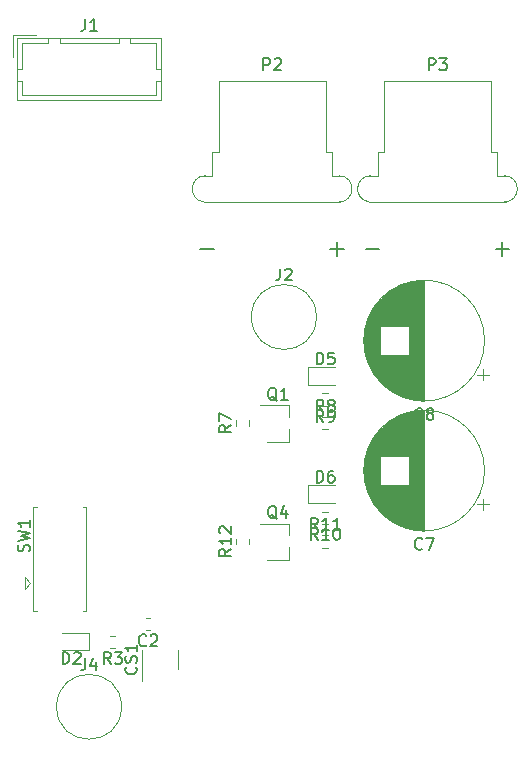
<source format=gbr>
G04 #@! TF.GenerationSoftware,KiCad,Pcbnew,(6.0.5)*
G04 #@! TF.CreationDate,2022-07-13T00:10:43+09:00*
G04 #@! TF.ProjectId,ORION_power_v1,4f52494f-4e5f-4706-9f77-65725f76312e,rev?*
G04 #@! TF.SameCoordinates,Original*
G04 #@! TF.FileFunction,Legend,Top*
G04 #@! TF.FilePolarity,Positive*
%FSLAX46Y46*%
G04 Gerber Fmt 4.6, Leading zero omitted, Abs format (unit mm)*
G04 Created by KiCad (PCBNEW (6.0.5)) date 2022-07-13 00:10:43*
%MOMM*%
%LPD*%
G01*
G04 APERTURE LIST*
%ADD10C,0.150000*%
%ADD11C,0.120000*%
G04 APERTURE END LIST*
D10*
X51166666Y-87904380D02*
X51166666Y-88618666D01*
X51119047Y-88761523D01*
X51023809Y-88856761D01*
X50880952Y-88904380D01*
X50785714Y-88904380D01*
X52071428Y-88237714D02*
X52071428Y-88904380D01*
X51833333Y-87856761D02*
X51595238Y-88571047D01*
X52214285Y-88571047D01*
X51166666Y-33752380D02*
X51166666Y-34466666D01*
X51119047Y-34609523D01*
X51023809Y-34704761D01*
X50880952Y-34752380D01*
X50785714Y-34752380D01*
X52166666Y-34752380D02*
X51595238Y-34752380D01*
X51880952Y-34752380D02*
X51880952Y-33752380D01*
X51785714Y-33895238D01*
X51690476Y-33990476D01*
X51595238Y-34038095D01*
X55457142Y-88642857D02*
X55504761Y-88690476D01*
X55552380Y-88833333D01*
X55552380Y-88928571D01*
X55504761Y-89071428D01*
X55409523Y-89166666D01*
X55314285Y-89214285D01*
X55123809Y-89261904D01*
X54980952Y-89261904D01*
X54790476Y-89214285D01*
X54695238Y-89166666D01*
X54600000Y-89071428D01*
X54552380Y-88928571D01*
X54552380Y-88833333D01*
X54600000Y-88690476D01*
X54647619Y-88642857D01*
X55504761Y-88261904D02*
X55552380Y-88119047D01*
X55552380Y-87880952D01*
X55504761Y-87785714D01*
X55457142Y-87738095D01*
X55361904Y-87690476D01*
X55266666Y-87690476D01*
X55171428Y-87738095D01*
X55123809Y-87785714D01*
X55076190Y-87880952D01*
X55028571Y-88071428D01*
X54980952Y-88166666D01*
X54933333Y-88214285D01*
X54838095Y-88261904D01*
X54742857Y-88261904D01*
X54647619Y-88214285D01*
X54600000Y-88166666D01*
X54552380Y-88071428D01*
X54552380Y-87833333D01*
X54600000Y-87690476D01*
X55552380Y-86738095D02*
X55552380Y-87309523D01*
X55552380Y-87023809D02*
X54552380Y-87023809D01*
X54695238Y-87119047D01*
X54790476Y-87214285D01*
X54838095Y-87309523D01*
X63522380Y-78642857D02*
X63046190Y-78976190D01*
X63522380Y-79214285D02*
X62522380Y-79214285D01*
X62522380Y-78833333D01*
X62570000Y-78738095D01*
X62617619Y-78690476D01*
X62712857Y-78642857D01*
X62855714Y-78642857D01*
X62950952Y-78690476D01*
X62998571Y-78738095D01*
X63046190Y-78833333D01*
X63046190Y-79214285D01*
X63522380Y-77690476D02*
X63522380Y-78261904D01*
X63522380Y-77976190D02*
X62522380Y-77976190D01*
X62665238Y-78071428D01*
X62760476Y-78166666D01*
X62808095Y-78261904D01*
X62617619Y-77309523D02*
X62570000Y-77261904D01*
X62522380Y-77166666D01*
X62522380Y-76928571D01*
X62570000Y-76833333D01*
X62617619Y-76785714D01*
X62712857Y-76738095D01*
X62808095Y-76738095D01*
X62950952Y-76785714D01*
X63522380Y-77357142D01*
X63522380Y-76738095D01*
X66261904Y-38102380D02*
X66261904Y-37102380D01*
X66642857Y-37102380D01*
X66738095Y-37150000D01*
X66785714Y-37197619D01*
X66833333Y-37292857D01*
X66833333Y-37435714D01*
X66785714Y-37530952D01*
X66738095Y-37578571D01*
X66642857Y-37626190D01*
X66261904Y-37626190D01*
X67214285Y-37197619D02*
X67261904Y-37150000D01*
X67357142Y-37102380D01*
X67595238Y-37102380D01*
X67690476Y-37150000D01*
X67738095Y-37197619D01*
X67785714Y-37292857D01*
X67785714Y-37388095D01*
X67738095Y-37530952D01*
X67166666Y-38102380D01*
X67785714Y-38102380D01*
X71928571Y-53257142D02*
X73071428Y-53257142D01*
X72500000Y-53828571D02*
X72500000Y-52685714D01*
X60928571Y-53257142D02*
X62071428Y-53257142D01*
X67404761Y-66097619D02*
X67309523Y-66050000D01*
X67214285Y-65954761D01*
X67071428Y-65811904D01*
X66976190Y-65764285D01*
X66880952Y-65764285D01*
X66928571Y-66002380D02*
X66833333Y-65954761D01*
X66738095Y-65859523D01*
X66690476Y-65669047D01*
X66690476Y-65335714D01*
X66738095Y-65145238D01*
X66833333Y-65050000D01*
X66928571Y-65002380D01*
X67119047Y-65002380D01*
X67214285Y-65050000D01*
X67309523Y-65145238D01*
X67357142Y-65335714D01*
X67357142Y-65669047D01*
X67309523Y-65859523D01*
X67214285Y-65954761D01*
X67119047Y-66002380D01*
X66928571Y-66002380D01*
X68309523Y-66002380D02*
X67738095Y-66002380D01*
X68023809Y-66002380D02*
X68023809Y-65002380D01*
X67928571Y-65145238D01*
X67833333Y-65240476D01*
X67738095Y-65288095D01*
X70761904Y-73022380D02*
X70761904Y-72022380D01*
X71000000Y-72022380D01*
X71142857Y-72070000D01*
X71238095Y-72165238D01*
X71285714Y-72260476D01*
X71333333Y-72450952D01*
X71333333Y-72593809D01*
X71285714Y-72784285D01*
X71238095Y-72879523D01*
X71142857Y-72974761D01*
X71000000Y-73022380D01*
X70761904Y-73022380D01*
X72190476Y-72022380D02*
X72000000Y-72022380D01*
X71904761Y-72070000D01*
X71857142Y-72117619D01*
X71761904Y-72260476D01*
X71714285Y-72450952D01*
X71714285Y-72831904D01*
X71761904Y-72927142D01*
X71809523Y-72974761D01*
X71904761Y-73022380D01*
X72095238Y-73022380D01*
X72190476Y-72974761D01*
X72238095Y-72927142D01*
X72285714Y-72831904D01*
X72285714Y-72593809D01*
X72238095Y-72498571D01*
X72190476Y-72450952D01*
X72095238Y-72403333D01*
X71904761Y-72403333D01*
X71809523Y-72450952D01*
X71761904Y-72498571D01*
X71714285Y-72593809D01*
X67404761Y-76097619D02*
X67309523Y-76050000D01*
X67214285Y-75954761D01*
X67071428Y-75811904D01*
X66976190Y-75764285D01*
X66880952Y-75764285D01*
X66928571Y-76002380D02*
X66833333Y-75954761D01*
X66738095Y-75859523D01*
X66690476Y-75669047D01*
X66690476Y-75335714D01*
X66738095Y-75145238D01*
X66833333Y-75050000D01*
X66928571Y-75002380D01*
X67119047Y-75002380D01*
X67214285Y-75050000D01*
X67309523Y-75145238D01*
X67357142Y-75335714D01*
X67357142Y-75669047D01*
X67309523Y-75859523D01*
X67214285Y-75954761D01*
X67119047Y-76002380D01*
X66928571Y-76002380D01*
X68214285Y-75335714D02*
X68214285Y-76002380D01*
X67976190Y-74954761D02*
X67738095Y-75669047D01*
X68357142Y-75669047D01*
X70857142Y-77882380D02*
X70523809Y-77406190D01*
X70285714Y-77882380D02*
X70285714Y-76882380D01*
X70666666Y-76882380D01*
X70761904Y-76930000D01*
X70809523Y-76977619D01*
X70857142Y-77072857D01*
X70857142Y-77215714D01*
X70809523Y-77310952D01*
X70761904Y-77358571D01*
X70666666Y-77406190D01*
X70285714Y-77406190D01*
X71809523Y-77882380D02*
X71238095Y-77882380D01*
X71523809Y-77882380D02*
X71523809Y-76882380D01*
X71428571Y-77025238D01*
X71333333Y-77120476D01*
X71238095Y-77168095D01*
X72428571Y-76882380D02*
X72523809Y-76882380D01*
X72619047Y-76930000D01*
X72666666Y-76977619D01*
X72714285Y-77072857D01*
X72761904Y-77263333D01*
X72761904Y-77501428D01*
X72714285Y-77691904D01*
X72666666Y-77787142D01*
X72619047Y-77834761D01*
X72523809Y-77882380D01*
X72428571Y-77882380D01*
X72333333Y-77834761D01*
X72285714Y-77787142D01*
X72238095Y-77691904D01*
X72190476Y-77501428D01*
X72190476Y-77263333D01*
X72238095Y-77072857D01*
X72285714Y-76977619D01*
X72333333Y-76930000D01*
X72428571Y-76882380D01*
X63522380Y-68166666D02*
X63046190Y-68500000D01*
X63522380Y-68738095D02*
X62522380Y-68738095D01*
X62522380Y-68357142D01*
X62570000Y-68261904D01*
X62617619Y-68214285D01*
X62712857Y-68166666D01*
X62855714Y-68166666D01*
X62950952Y-68214285D01*
X62998571Y-68261904D01*
X63046190Y-68357142D01*
X63046190Y-68738095D01*
X62522380Y-67833333D02*
X62522380Y-67166666D01*
X63522380Y-67595238D01*
X71333333Y-67882380D02*
X71000000Y-67406190D01*
X70761904Y-67882380D02*
X70761904Y-66882380D01*
X71142857Y-66882380D01*
X71238095Y-66930000D01*
X71285714Y-66977619D01*
X71333333Y-67072857D01*
X71333333Y-67215714D01*
X71285714Y-67310952D01*
X71238095Y-67358571D01*
X71142857Y-67406190D01*
X70761904Y-67406190D01*
X71809523Y-67882380D02*
X72000000Y-67882380D01*
X72095238Y-67834761D01*
X72142857Y-67787142D01*
X72238095Y-67644285D01*
X72285714Y-67453809D01*
X72285714Y-67072857D01*
X72238095Y-66977619D01*
X72190476Y-66930000D01*
X72095238Y-66882380D01*
X71904761Y-66882380D01*
X71809523Y-66930000D01*
X71761904Y-66977619D01*
X71714285Y-67072857D01*
X71714285Y-67310952D01*
X71761904Y-67406190D01*
X71809523Y-67453809D01*
X71904761Y-67501428D01*
X72095238Y-67501428D01*
X72190476Y-67453809D01*
X72238095Y-67406190D01*
X72285714Y-67310952D01*
X56333333Y-86787142D02*
X56285714Y-86834761D01*
X56142857Y-86882380D01*
X56047619Y-86882380D01*
X55904761Y-86834761D01*
X55809523Y-86739523D01*
X55761904Y-86644285D01*
X55714285Y-86453809D01*
X55714285Y-86310952D01*
X55761904Y-86120476D01*
X55809523Y-86025238D01*
X55904761Y-85930000D01*
X56047619Y-85882380D01*
X56142857Y-85882380D01*
X56285714Y-85930000D01*
X56333333Y-85977619D01*
X56714285Y-85977619D02*
X56761904Y-85930000D01*
X56857142Y-85882380D01*
X57095238Y-85882380D01*
X57190476Y-85930000D01*
X57238095Y-85977619D01*
X57285714Y-86072857D01*
X57285714Y-86168095D01*
X57238095Y-86310952D01*
X56666666Y-86882380D01*
X57285714Y-86882380D01*
X70857142Y-77022380D02*
X70523809Y-76546190D01*
X70285714Y-77022380D02*
X70285714Y-76022380D01*
X70666666Y-76022380D01*
X70761904Y-76070000D01*
X70809523Y-76117619D01*
X70857142Y-76212857D01*
X70857142Y-76355714D01*
X70809523Y-76450952D01*
X70761904Y-76498571D01*
X70666666Y-76546190D01*
X70285714Y-76546190D01*
X71809523Y-77022380D02*
X71238095Y-77022380D01*
X71523809Y-77022380D02*
X71523809Y-76022380D01*
X71428571Y-76165238D01*
X71333333Y-76260476D01*
X71238095Y-76308095D01*
X72761904Y-77022380D02*
X72190476Y-77022380D01*
X72476190Y-77022380D02*
X72476190Y-76022380D01*
X72380952Y-76165238D01*
X72285714Y-76260476D01*
X72190476Y-76308095D01*
X67666666Y-54904380D02*
X67666666Y-55618666D01*
X67619047Y-55761523D01*
X67523809Y-55856761D01*
X67380952Y-55904380D01*
X67285714Y-55904380D01*
X68095238Y-54999619D02*
X68142857Y-54952000D01*
X68238095Y-54904380D01*
X68476190Y-54904380D01*
X68571428Y-54952000D01*
X68619047Y-54999619D01*
X68666666Y-55094857D01*
X68666666Y-55190095D01*
X68619047Y-55332952D01*
X68047619Y-55904380D01*
X68666666Y-55904380D01*
X49261904Y-88382380D02*
X49261904Y-87382380D01*
X49500000Y-87382380D01*
X49642857Y-87430000D01*
X49738095Y-87525238D01*
X49785714Y-87620476D01*
X49833333Y-87810952D01*
X49833333Y-87953809D01*
X49785714Y-88144285D01*
X49738095Y-88239523D01*
X49642857Y-88334761D01*
X49500000Y-88382380D01*
X49261904Y-88382380D01*
X50214285Y-87477619D02*
X50261904Y-87430000D01*
X50357142Y-87382380D01*
X50595238Y-87382380D01*
X50690476Y-87430000D01*
X50738095Y-87477619D01*
X50785714Y-87572857D01*
X50785714Y-87668095D01*
X50738095Y-87810952D01*
X50166666Y-88382380D01*
X50785714Y-88382380D01*
X71333333Y-67022380D02*
X71000000Y-66546190D01*
X70761904Y-67022380D02*
X70761904Y-66022380D01*
X71142857Y-66022380D01*
X71238095Y-66070000D01*
X71285714Y-66117619D01*
X71333333Y-66212857D01*
X71333333Y-66355714D01*
X71285714Y-66450952D01*
X71238095Y-66498571D01*
X71142857Y-66546190D01*
X70761904Y-66546190D01*
X71904761Y-66450952D02*
X71809523Y-66403333D01*
X71761904Y-66355714D01*
X71714285Y-66260476D01*
X71714285Y-66212857D01*
X71761904Y-66117619D01*
X71809523Y-66070000D01*
X71904761Y-66022380D01*
X72095238Y-66022380D01*
X72190476Y-66070000D01*
X72238095Y-66117619D01*
X72285714Y-66212857D01*
X72285714Y-66260476D01*
X72238095Y-66355714D01*
X72190476Y-66403333D01*
X72095238Y-66450952D01*
X71904761Y-66450952D01*
X71809523Y-66498571D01*
X71761904Y-66546190D01*
X71714285Y-66641428D01*
X71714285Y-66831904D01*
X71761904Y-66927142D01*
X71809523Y-66974761D01*
X71904761Y-67022380D01*
X72095238Y-67022380D01*
X72190476Y-66974761D01*
X72238095Y-66927142D01*
X72285714Y-66831904D01*
X72285714Y-66641428D01*
X72238095Y-66546190D01*
X72190476Y-66498571D01*
X72095238Y-66450952D01*
X53333333Y-88382380D02*
X53000000Y-87906190D01*
X52761904Y-88382380D02*
X52761904Y-87382380D01*
X53142857Y-87382380D01*
X53238095Y-87430000D01*
X53285714Y-87477619D01*
X53333333Y-87572857D01*
X53333333Y-87715714D01*
X53285714Y-87810952D01*
X53238095Y-87858571D01*
X53142857Y-87906190D01*
X52761904Y-87906190D01*
X53666666Y-87382380D02*
X54285714Y-87382380D01*
X53952380Y-87763333D01*
X54095238Y-87763333D01*
X54190476Y-87810952D01*
X54238095Y-87858571D01*
X54285714Y-87953809D01*
X54285714Y-88191904D01*
X54238095Y-88287142D01*
X54190476Y-88334761D01*
X54095238Y-88382380D01*
X53809523Y-88382380D01*
X53714285Y-88334761D01*
X53666666Y-88287142D01*
X79701010Y-78607142D02*
X79653391Y-78654761D01*
X79510534Y-78702380D01*
X79415296Y-78702380D01*
X79272438Y-78654761D01*
X79177200Y-78559523D01*
X79129581Y-78464285D01*
X79081962Y-78273809D01*
X79081962Y-78130952D01*
X79129581Y-77940476D01*
X79177200Y-77845238D01*
X79272438Y-77750000D01*
X79415296Y-77702380D01*
X79510534Y-77702380D01*
X79653391Y-77750000D01*
X79701010Y-77797619D01*
X80034343Y-77702380D02*
X80701010Y-77702380D01*
X80272438Y-78702380D01*
X80261904Y-38102380D02*
X80261904Y-37102380D01*
X80642857Y-37102380D01*
X80738095Y-37150000D01*
X80785714Y-37197619D01*
X80833333Y-37292857D01*
X80833333Y-37435714D01*
X80785714Y-37530952D01*
X80738095Y-37578571D01*
X80642857Y-37626190D01*
X80261904Y-37626190D01*
X81166666Y-37102380D02*
X81785714Y-37102380D01*
X81452380Y-37483333D01*
X81595238Y-37483333D01*
X81690476Y-37530952D01*
X81738095Y-37578571D01*
X81785714Y-37673809D01*
X81785714Y-37911904D01*
X81738095Y-38007142D01*
X81690476Y-38054761D01*
X81595238Y-38102380D01*
X81309523Y-38102380D01*
X81214285Y-38054761D01*
X81166666Y-38007142D01*
X85928571Y-53257142D02*
X87071428Y-53257142D01*
X86500000Y-53828571D02*
X86500000Y-52685714D01*
X74928571Y-53257142D02*
X76071428Y-53257142D01*
X79701010Y-67607142D02*
X79653391Y-67654761D01*
X79510534Y-67702380D01*
X79415296Y-67702380D01*
X79272438Y-67654761D01*
X79177200Y-67559523D01*
X79129581Y-67464285D01*
X79081962Y-67273809D01*
X79081962Y-67130952D01*
X79129581Y-66940476D01*
X79177200Y-66845238D01*
X79272438Y-66750000D01*
X79415296Y-66702380D01*
X79510534Y-66702380D01*
X79653391Y-66750000D01*
X79701010Y-66797619D01*
X80272438Y-67130952D02*
X80177200Y-67083333D01*
X80129581Y-67035714D01*
X80081962Y-66940476D01*
X80081962Y-66892857D01*
X80129581Y-66797619D01*
X80177200Y-66750000D01*
X80272438Y-66702380D01*
X80462915Y-66702380D01*
X80558153Y-66750000D01*
X80605772Y-66797619D01*
X80653391Y-66892857D01*
X80653391Y-66940476D01*
X80605772Y-67035714D01*
X80558153Y-67083333D01*
X80462915Y-67130952D01*
X80272438Y-67130952D01*
X80177200Y-67178571D01*
X80129581Y-67226190D01*
X80081962Y-67321428D01*
X80081962Y-67511904D01*
X80129581Y-67607142D01*
X80177200Y-67654761D01*
X80272438Y-67702380D01*
X80462915Y-67702380D01*
X80558153Y-67654761D01*
X80605772Y-67607142D01*
X80653391Y-67511904D01*
X80653391Y-67321428D01*
X80605772Y-67226190D01*
X80558153Y-67178571D01*
X80462915Y-67130952D01*
X46414761Y-78843333D02*
X46462380Y-78700476D01*
X46462380Y-78462380D01*
X46414761Y-78367142D01*
X46367142Y-78319523D01*
X46271904Y-78271904D01*
X46176666Y-78271904D01*
X46081428Y-78319523D01*
X46033809Y-78367142D01*
X45986190Y-78462380D01*
X45938571Y-78652857D01*
X45890952Y-78748095D01*
X45843333Y-78795714D01*
X45748095Y-78843333D01*
X45652857Y-78843333D01*
X45557619Y-78795714D01*
X45510000Y-78748095D01*
X45462380Y-78652857D01*
X45462380Y-78414761D01*
X45510000Y-78271904D01*
X45462380Y-77938571D02*
X46462380Y-77700476D01*
X45748095Y-77510000D01*
X46462380Y-77319523D01*
X45462380Y-77081428D01*
X46462380Y-76176666D02*
X46462380Y-76748095D01*
X46462380Y-76462380D02*
X45462380Y-76462380D01*
X45605238Y-76557619D01*
X45700476Y-76652857D01*
X45748095Y-76748095D01*
X70761904Y-63022380D02*
X70761904Y-62022380D01*
X71000000Y-62022380D01*
X71142857Y-62070000D01*
X71238095Y-62165238D01*
X71285714Y-62260476D01*
X71333333Y-62450952D01*
X71333333Y-62593809D01*
X71285714Y-62784285D01*
X71238095Y-62879523D01*
X71142857Y-62974761D01*
X71000000Y-63022380D01*
X70761904Y-63022380D01*
X72238095Y-62022380D02*
X71761904Y-62022380D01*
X71714285Y-62498571D01*
X71761904Y-62450952D01*
X71857142Y-62403333D01*
X72095238Y-62403333D01*
X72190476Y-62450952D01*
X72238095Y-62498571D01*
X72285714Y-62593809D01*
X72285714Y-62831904D01*
X72238095Y-62927142D01*
X72190476Y-62974761D01*
X72095238Y-63022380D01*
X71857142Y-63022380D01*
X71761904Y-62974761D01*
X71714285Y-62927142D01*
D11*
X54250000Y-92000000D02*
G75*
G03*
X54250000Y-92000000I-2750000J0D01*
G01*
X57600000Y-40600000D02*
X57600000Y-35400000D01*
X45400000Y-38000000D02*
X45800000Y-38000000D01*
X57200000Y-39000000D02*
X57600000Y-39000000D01*
X57600000Y-38000000D02*
X57200000Y-38000000D01*
X45400000Y-40600000D02*
X57600000Y-40600000D01*
X49000000Y-35800000D02*
X54000000Y-35800000D01*
X49000000Y-35400000D02*
X49000000Y-35800000D01*
X57200000Y-40200000D02*
X57200000Y-39000000D01*
X57200000Y-35800000D02*
X55000000Y-35800000D01*
X45090000Y-35090000D02*
X47000000Y-35090000D01*
X57200000Y-38000000D02*
X57200000Y-35800000D01*
X45800000Y-35800000D02*
X48000000Y-35800000D01*
X45800000Y-39000000D02*
X45800000Y-40200000D01*
X57600000Y-35400000D02*
X45400000Y-35400000D01*
X55000000Y-35800000D02*
X55000000Y-35400000D01*
X48000000Y-35800000D02*
X48000000Y-35400000D01*
X45090000Y-37000000D02*
X45090000Y-35090000D01*
X54000000Y-35800000D02*
X54000000Y-35400000D01*
X45400000Y-39000000D02*
X45800000Y-39000000D01*
X45800000Y-40200000D02*
X57200000Y-40200000D01*
X45800000Y-38000000D02*
X45800000Y-35800000D01*
X45400000Y-35400000D02*
X45400000Y-40600000D01*
X55940000Y-88000000D02*
X55940000Y-89800000D01*
X59060000Y-88000000D02*
X59060000Y-88800000D01*
X55940000Y-88000000D02*
X55940000Y-87200000D01*
X59060000Y-88000000D02*
X59060000Y-87200000D01*
X65022500Y-78237258D02*
X65022500Y-77762742D01*
X63977500Y-78237258D02*
X63977500Y-77762742D01*
X72060000Y-44990000D02*
X72060000Y-47040000D01*
X61240000Y-49260000D02*
X72760000Y-49260000D01*
X71530000Y-44990000D02*
X72060000Y-44990000D01*
X72060000Y-47040000D02*
X72760000Y-47040000D01*
X71530000Y-38990000D02*
X71530000Y-44990000D01*
X61940000Y-44990000D02*
X62470000Y-44990000D01*
X62470000Y-38990000D02*
X62470000Y-44990000D01*
X61940000Y-44990000D02*
X61940000Y-47040000D01*
X61240000Y-47040000D02*
X61940000Y-47040000D01*
X62470000Y-38990000D02*
X71500000Y-38990000D01*
X72650000Y-49260000D02*
G75*
G03*
X72650000Y-47040000I0J1110000D01*
G01*
X61350000Y-47040000D02*
G75*
G03*
X61178271Y-49246635I1J-1110000D01*
G01*
X68450000Y-69550000D02*
X66600000Y-69550000D01*
X68430000Y-66490000D02*
X66000000Y-66490000D01*
X68450000Y-66500000D02*
X68450000Y-67500000D01*
X68450000Y-68500000D02*
X68450000Y-69550000D01*
X70015000Y-73265000D02*
X70015000Y-74735000D01*
X72300000Y-73265000D02*
X70015000Y-73265000D01*
X70015000Y-74735000D02*
X72300000Y-74735000D01*
X68450000Y-79550000D02*
X66600000Y-79550000D01*
X68450000Y-78500000D02*
X68450000Y-79550000D01*
X68450000Y-76500000D02*
X68450000Y-77500000D01*
X68430000Y-76490000D02*
X66000000Y-76490000D01*
X71737258Y-76522500D02*
X71262742Y-76522500D01*
X71737258Y-75477500D02*
X71262742Y-75477500D01*
X63977500Y-68237258D02*
X63977500Y-67762742D01*
X65022500Y-68237258D02*
X65022500Y-67762742D01*
X71737258Y-66522500D02*
X71262742Y-66522500D01*
X71737258Y-65477500D02*
X71262742Y-65477500D01*
X56640580Y-85510000D02*
X56359420Y-85510000D01*
X56640580Y-84490000D02*
X56359420Y-84490000D01*
X71262742Y-78522500D02*
X71737258Y-78522500D01*
X71262742Y-77477500D02*
X71737258Y-77477500D01*
X70750000Y-59000000D02*
G75*
G03*
X70750000Y-59000000I-2750000J0D01*
G01*
X49200000Y-87235000D02*
X51485000Y-87235000D01*
X51485000Y-85765000D02*
X49200000Y-85765000D01*
X51485000Y-87235000D02*
X51485000Y-85765000D01*
X71262742Y-68522500D02*
X71737258Y-68522500D01*
X71262742Y-67477500D02*
X71737258Y-67477500D01*
X53737258Y-85977500D02*
X53262742Y-85977500D01*
X53737258Y-87022500D02*
X53262742Y-87022500D01*
X77746677Y-76621000D02*
X77746677Y-73241000D01*
X79587677Y-77073000D02*
X79587677Y-66927000D01*
X77706677Y-70759000D02*
X77706677Y-67397000D01*
X76746677Y-70759000D02*
X76746677Y-67980000D01*
X77586677Y-76545000D02*
X77586677Y-73241000D01*
X77426677Y-76462000D02*
X77426677Y-73241000D01*
X76026677Y-75347000D02*
X76026677Y-68653000D01*
X79467677Y-77065000D02*
X79467677Y-66935000D01*
X76226677Y-75561000D02*
X76226677Y-73241000D01*
X75906677Y-75206000D02*
X75906677Y-68794000D01*
X76106677Y-75436000D02*
X76106677Y-68564000D01*
X78306677Y-70759000D02*
X78306677Y-67163000D01*
X76186677Y-75520000D02*
X76186677Y-73241000D01*
X79307677Y-77050000D02*
X79307677Y-66950000D01*
X77066677Y-76247000D02*
X77066677Y-73241000D01*
X77306677Y-70759000D02*
X77306677Y-67605000D01*
X79387677Y-77058000D02*
X79387677Y-66942000D01*
X77466677Y-76483000D02*
X77466677Y-73241000D01*
X75386677Y-74439000D02*
X75386677Y-69561000D01*
X75626677Y-74830000D02*
X75626677Y-69170000D01*
X77786677Y-70759000D02*
X77786677Y-67361000D01*
X77226677Y-76347000D02*
X77226677Y-73241000D01*
X75746677Y-75000000D02*
X75746677Y-69000000D01*
X76066677Y-75392000D02*
X76066677Y-68608000D01*
X75706677Y-74945000D02*
X75706677Y-69055000D01*
X76786677Y-76050000D02*
X76786677Y-73241000D01*
X76386677Y-75716000D02*
X76386677Y-73241000D01*
X76826677Y-76080000D02*
X76826677Y-73241000D01*
X77026677Y-76221000D02*
X77026677Y-73241000D01*
X75426677Y-74510000D02*
X75426677Y-69490000D01*
X78986677Y-77004000D02*
X78986677Y-66996000D01*
X79667677Y-77077000D02*
X79667677Y-66923000D01*
X75026677Y-73630000D02*
X75026677Y-70370000D01*
X78026677Y-70759000D02*
X78026677Y-67262000D01*
X78426677Y-70759000D02*
X78426677Y-67126000D01*
X78746677Y-76956000D02*
X78746677Y-67044000D01*
X75266677Y-74209000D02*
X75266677Y-69791000D01*
X77346677Y-70759000D02*
X77346677Y-67583000D01*
X75546677Y-74709000D02*
X75546677Y-69291000D01*
X77306677Y-76395000D02*
X77306677Y-73241000D01*
X76626677Y-75925000D02*
X76626677Y-73241000D01*
X77986677Y-70759000D02*
X77986677Y-67277000D01*
X78506677Y-70759000D02*
X78506677Y-67103000D01*
X79187677Y-77035000D02*
X79187677Y-66965000D01*
X76666677Y-75957000D02*
X76666677Y-73241000D01*
X77106677Y-76273000D02*
X77106677Y-73241000D01*
X78066677Y-76754000D02*
X78066677Y-73241000D01*
X78226677Y-76811000D02*
X78226677Y-73241000D01*
X77826677Y-70759000D02*
X77826677Y-67343000D01*
X78866677Y-76982000D02*
X78866677Y-67018000D01*
X75826677Y-75106000D02*
X75826677Y-68894000D01*
X77226677Y-70759000D02*
X77226677Y-67653000D01*
X76986677Y-76194000D02*
X76986677Y-73241000D01*
X77666677Y-76584000D02*
X77666677Y-73241000D01*
X76586677Y-75892000D02*
X76586677Y-73241000D01*
X75226677Y-74125000D02*
X75226677Y-69875000D01*
X76146677Y-70759000D02*
X76146677Y-68522000D01*
X78546677Y-76907000D02*
X78546677Y-73241000D01*
X79507677Y-77068000D02*
X79507677Y-66932000D01*
X75306677Y-74289000D02*
X75306677Y-69711000D01*
X78826677Y-76974000D02*
X78826677Y-67026000D01*
X75106677Y-73846000D02*
X75106677Y-70154000D01*
X74866677Y-73062000D02*
X74866677Y-70938000D01*
X77906677Y-70759000D02*
X77906677Y-67310000D01*
X79146677Y-77030000D02*
X79146677Y-66970000D01*
X79026677Y-77011000D02*
X79026677Y-66989000D01*
X78106677Y-76768000D02*
X78106677Y-73241000D01*
X77186677Y-70759000D02*
X77186677Y-67677000D01*
X78386677Y-76862000D02*
X78386677Y-73241000D01*
X76906677Y-70759000D02*
X76906677Y-67862000D01*
X77146677Y-76298000D02*
X77146677Y-73241000D01*
X75466677Y-74579000D02*
X75466677Y-69421000D01*
X77386677Y-70759000D02*
X77386677Y-67560000D01*
X77626677Y-76564000D02*
X77626677Y-73241000D01*
X78706677Y-76947000D02*
X78706677Y-67053000D01*
X78386677Y-70759000D02*
X78386677Y-67138000D01*
X78346677Y-70759000D02*
X78346677Y-67150000D01*
X84847323Y-75375000D02*
X84847323Y-74375000D01*
X77386677Y-76440000D02*
X77386677Y-73241000D01*
X77986677Y-76723000D02*
X77986677Y-73241000D01*
X74986677Y-73510000D02*
X74986677Y-70490000D01*
X78546677Y-70759000D02*
X78546677Y-67093000D01*
X75346677Y-74365000D02*
X75346677Y-69635000D01*
X78346677Y-76850000D02*
X78346677Y-73241000D01*
X75946677Y-75254000D02*
X75946677Y-68746000D01*
X78466677Y-70759000D02*
X78466677Y-67115000D01*
X77506677Y-70759000D02*
X77506677Y-67496000D01*
X76426677Y-75753000D02*
X76426677Y-73241000D01*
X78946677Y-76997000D02*
X78946677Y-67003000D01*
X76266677Y-75601000D02*
X76266677Y-73241000D01*
X78266677Y-70759000D02*
X78266677Y-67176000D01*
X77106677Y-70759000D02*
X77106677Y-67727000D01*
X77466677Y-70759000D02*
X77466677Y-67517000D01*
X79827677Y-77080000D02*
X79827677Y-66920000D01*
X78586677Y-70759000D02*
X78586677Y-67082000D01*
X75786677Y-75054000D02*
X75786677Y-68946000D01*
X76306677Y-75640000D02*
X76306677Y-73241000D01*
X78066677Y-70759000D02*
X78066677Y-67246000D01*
X78786677Y-76965000D02*
X78786677Y-67035000D01*
X75986677Y-75301000D02*
X75986677Y-68699000D01*
X74826677Y-72862000D02*
X74826677Y-71138000D01*
X78466677Y-76885000D02*
X78466677Y-73241000D01*
X75866677Y-75156000D02*
X75866677Y-68844000D01*
X76146677Y-75478000D02*
X76146677Y-73241000D01*
X78626677Y-76928000D02*
X78626677Y-67072000D01*
X79347677Y-77054000D02*
X79347677Y-66946000D01*
X75506677Y-74645000D02*
X75506677Y-69355000D01*
X76826677Y-70759000D02*
X76826677Y-67920000D01*
X77826677Y-76657000D02*
X77826677Y-73241000D01*
X76626677Y-70759000D02*
X76626677Y-68075000D01*
X78666677Y-76938000D02*
X78666677Y-67062000D01*
X78306677Y-76837000D02*
X78306677Y-73241000D01*
X77146677Y-70759000D02*
X77146677Y-67702000D01*
X77426677Y-70759000D02*
X77426677Y-67538000D01*
X77946677Y-70759000D02*
X77946677Y-67293000D01*
X78906677Y-76990000D02*
X78906677Y-67010000D01*
X77066677Y-70759000D02*
X77066677Y-67753000D01*
X79747677Y-77079000D02*
X79747677Y-66921000D01*
X76946677Y-70759000D02*
X76946677Y-67834000D01*
X79787677Y-77080000D02*
X79787677Y-66920000D01*
X77666677Y-70759000D02*
X77666677Y-67416000D01*
X79707677Y-77078000D02*
X79707677Y-66922000D01*
X75146677Y-73944000D02*
X75146677Y-70056000D01*
X77626677Y-70759000D02*
X77626677Y-67436000D01*
X76786677Y-70759000D02*
X76786677Y-67950000D01*
X75186677Y-74037000D02*
X75186677Y-69963000D01*
X79627677Y-77075000D02*
X79627677Y-66925000D01*
X76666677Y-70759000D02*
X76666677Y-68043000D01*
X77266677Y-70759000D02*
X77266677Y-67629000D01*
X76466677Y-70759000D02*
X76466677Y-68211000D01*
X78186677Y-76797000D02*
X78186677Y-73241000D01*
X79867677Y-77080000D02*
X79867677Y-66920000D01*
X78506677Y-76897000D02*
X78506677Y-73241000D01*
X76546677Y-75858000D02*
X76546677Y-73241000D01*
X76306677Y-70759000D02*
X76306677Y-68360000D01*
X76426677Y-70759000D02*
X76426677Y-68247000D01*
X75586677Y-74770000D02*
X75586677Y-69230000D01*
X74946677Y-73378000D02*
X74946677Y-70622000D01*
X77786677Y-76639000D02*
X77786677Y-73241000D01*
X77706677Y-76603000D02*
X77706677Y-73241000D01*
X77506677Y-76504000D02*
X77506677Y-73241000D01*
X78226677Y-70759000D02*
X78226677Y-67189000D01*
X78426677Y-76874000D02*
X78426677Y-73241000D01*
X76586677Y-70759000D02*
X76586677Y-68108000D01*
X76466677Y-75789000D02*
X76466677Y-73241000D01*
X78106677Y-70759000D02*
X78106677Y-67232000D01*
X79267677Y-77045000D02*
X79267677Y-66955000D01*
X79547677Y-77070000D02*
X79547677Y-66930000D01*
X76226677Y-70759000D02*
X76226677Y-68439000D01*
X77866677Y-70759000D02*
X77866677Y-67326000D01*
X77346677Y-76417000D02*
X77346677Y-73241000D01*
X79427677Y-77062000D02*
X79427677Y-66938000D01*
X76706677Y-70759000D02*
X76706677Y-68011000D01*
X77946677Y-76707000D02*
X77946677Y-73241000D01*
X76866677Y-76110000D02*
X76866677Y-73241000D01*
X76346677Y-75679000D02*
X76346677Y-73241000D01*
X76386677Y-70759000D02*
X76386677Y-68284000D01*
X77546677Y-76525000D02*
X77546677Y-73241000D01*
X76906677Y-76138000D02*
X76906677Y-73241000D01*
X77586677Y-70759000D02*
X77586677Y-67455000D01*
X76866677Y-70759000D02*
X76866677Y-67890000D01*
X78026677Y-76738000D02*
X78026677Y-73241000D01*
X78146677Y-70759000D02*
X78146677Y-67217000D01*
X77266677Y-76371000D02*
X77266677Y-73241000D01*
X78586677Y-76918000D02*
X78586677Y-73241000D01*
X76546677Y-70759000D02*
X76546677Y-68142000D01*
X76266677Y-70759000D02*
X76266677Y-68399000D01*
X78186677Y-70759000D02*
X78186677Y-67203000D01*
X74786677Y-72599000D02*
X74786677Y-71401000D01*
X75066677Y-73742000D02*
X75066677Y-70258000D01*
X76946677Y-76166000D02*
X76946677Y-73241000D01*
X77746677Y-70759000D02*
X77746677Y-67379000D01*
X76986677Y-70759000D02*
X76986677Y-67806000D01*
X79066677Y-77018000D02*
X79066677Y-66982000D01*
X74906677Y-73230000D02*
X74906677Y-70770000D01*
X76346677Y-70759000D02*
X76346677Y-68321000D01*
X76746677Y-76020000D02*
X76746677Y-73241000D01*
X77906677Y-76690000D02*
X77906677Y-73241000D01*
X77026677Y-70759000D02*
X77026677Y-67779000D01*
X85347323Y-74875000D02*
X84347323Y-74875000D01*
X78266677Y-76824000D02*
X78266677Y-73241000D01*
X79106677Y-77024000D02*
X79106677Y-66976000D01*
X75666677Y-74889000D02*
X75666677Y-69111000D01*
X76706677Y-75989000D02*
X76706677Y-73241000D01*
X78146677Y-76783000D02*
X78146677Y-73241000D01*
X77186677Y-76323000D02*
X77186677Y-73241000D01*
X79227677Y-77040000D02*
X79227677Y-66960000D01*
X76506677Y-70759000D02*
X76506677Y-68176000D01*
X77546677Y-70759000D02*
X77546677Y-67475000D01*
X76506677Y-75824000D02*
X76506677Y-73241000D01*
X76186677Y-70759000D02*
X76186677Y-68480000D01*
X77866677Y-76674000D02*
X77866677Y-73241000D01*
X84987677Y-72000000D02*
G75*
G03*
X84987677Y-72000000I-5120000J0D01*
G01*
X75940000Y-44990000D02*
X76470000Y-44990000D01*
X76470000Y-38990000D02*
X76470000Y-44990000D01*
X76470000Y-38990000D02*
X85500000Y-38990000D01*
X85530000Y-44990000D02*
X86060000Y-44990000D01*
X85530000Y-38990000D02*
X85530000Y-44990000D01*
X75940000Y-44990000D02*
X75940000Y-47040000D01*
X75240000Y-47040000D02*
X75940000Y-47040000D01*
X86060000Y-44990000D02*
X86060000Y-47040000D01*
X86060000Y-47040000D02*
X86760000Y-47040000D01*
X75240000Y-49260000D02*
X86760000Y-49260000D01*
X86650000Y-49260000D02*
G75*
G03*
X86650000Y-47040000I0J1110000D01*
G01*
X75350000Y-47040000D02*
G75*
G03*
X75178271Y-49246635I1J-1110000D01*
G01*
X78506677Y-65897000D02*
X78506677Y-62241000D01*
X78426677Y-59759000D02*
X78426677Y-56126000D01*
X77386677Y-65440000D02*
X77386677Y-62241000D01*
X77026677Y-65221000D02*
X77026677Y-62241000D01*
X77386677Y-59759000D02*
X77386677Y-56560000D01*
X79667677Y-66077000D02*
X79667677Y-55923000D01*
X77226677Y-65347000D02*
X77226677Y-62241000D01*
X78026677Y-59759000D02*
X78026677Y-56262000D01*
X78426677Y-65874000D02*
X78426677Y-62241000D01*
X76506677Y-59759000D02*
X76506677Y-57176000D01*
X74986677Y-62510000D02*
X74986677Y-59490000D01*
X79787677Y-66080000D02*
X79787677Y-55920000D01*
X75786677Y-64054000D02*
X75786677Y-57946000D01*
X76146677Y-64478000D02*
X76146677Y-62241000D01*
X77266677Y-59759000D02*
X77266677Y-56629000D01*
X75466677Y-63579000D02*
X75466677Y-58421000D01*
X77106677Y-65273000D02*
X77106677Y-62241000D01*
X78346677Y-65850000D02*
X78346677Y-62241000D01*
X77626677Y-65564000D02*
X77626677Y-62241000D01*
X76946677Y-65166000D02*
X76946677Y-62241000D01*
X78226677Y-59759000D02*
X78226677Y-56189000D01*
X76346677Y-64679000D02*
X76346677Y-62241000D01*
X79867677Y-66080000D02*
X79867677Y-55920000D01*
X79467677Y-66065000D02*
X79467677Y-55935000D01*
X76946677Y-59759000D02*
X76946677Y-56834000D01*
X78546677Y-65907000D02*
X78546677Y-62241000D01*
X74906677Y-62230000D02*
X74906677Y-59770000D01*
X78226677Y-65811000D02*
X78226677Y-62241000D01*
X76746677Y-59759000D02*
X76746677Y-56980000D01*
X78386677Y-65862000D02*
X78386677Y-62241000D01*
X78306677Y-65837000D02*
X78306677Y-62241000D01*
X79106677Y-66024000D02*
X79106677Y-55976000D01*
X75866677Y-64156000D02*
X75866677Y-57844000D01*
X78666677Y-65938000D02*
X78666677Y-56062000D01*
X78346677Y-59759000D02*
X78346677Y-56150000D01*
X75586677Y-63770000D02*
X75586677Y-58230000D01*
X77986677Y-59759000D02*
X77986677Y-56277000D01*
X77306677Y-65395000D02*
X77306677Y-62241000D01*
X79227677Y-66040000D02*
X79227677Y-55960000D01*
X76786677Y-59759000D02*
X76786677Y-56950000D01*
X79347677Y-66054000D02*
X79347677Y-55946000D01*
X76666677Y-59759000D02*
X76666677Y-57043000D01*
X77466677Y-59759000D02*
X77466677Y-56517000D01*
X75626677Y-63830000D02*
X75626677Y-58170000D01*
X79427677Y-66062000D02*
X79427677Y-55938000D01*
X77826677Y-59759000D02*
X77826677Y-56343000D01*
X77066677Y-59759000D02*
X77066677Y-56753000D01*
X79627677Y-66075000D02*
X79627677Y-55925000D01*
X78466677Y-59759000D02*
X78466677Y-56115000D01*
X78506677Y-59759000D02*
X78506677Y-56103000D01*
X75946677Y-64254000D02*
X75946677Y-57746000D01*
X77986677Y-65723000D02*
X77986677Y-62241000D01*
X85347323Y-63875000D02*
X84347323Y-63875000D01*
X77186677Y-65323000D02*
X77186677Y-62241000D01*
X76746677Y-65020000D02*
X76746677Y-62241000D01*
X78146677Y-59759000D02*
X78146677Y-56217000D01*
X77506677Y-65504000D02*
X77506677Y-62241000D01*
X78106677Y-65768000D02*
X78106677Y-62241000D01*
X75226677Y-63125000D02*
X75226677Y-58875000D01*
X75506677Y-63645000D02*
X75506677Y-58355000D01*
X79066677Y-66018000D02*
X79066677Y-55982000D01*
X77546677Y-59759000D02*
X77546677Y-56475000D01*
X76866677Y-65110000D02*
X76866677Y-62241000D01*
X78826677Y-65974000D02*
X78826677Y-56026000D01*
X77346677Y-59759000D02*
X77346677Y-56583000D01*
X77306677Y-59759000D02*
X77306677Y-56605000D01*
X75546677Y-63709000D02*
X75546677Y-58291000D01*
X76266677Y-64601000D02*
X76266677Y-62241000D01*
X75186677Y-63037000D02*
X75186677Y-58963000D01*
X76426677Y-59759000D02*
X76426677Y-57247000D01*
X77186677Y-59759000D02*
X77186677Y-56677000D01*
X76186677Y-64520000D02*
X76186677Y-62241000D01*
X75426677Y-63510000D02*
X75426677Y-58490000D01*
X77226677Y-59759000D02*
X77226677Y-56653000D01*
X78586677Y-65918000D02*
X78586677Y-62241000D01*
X76266677Y-59759000D02*
X76266677Y-57399000D01*
X76186677Y-59759000D02*
X76186677Y-57480000D01*
X78146677Y-65783000D02*
X78146677Y-62241000D01*
X76586677Y-64892000D02*
X76586677Y-62241000D01*
X79547677Y-66070000D02*
X79547677Y-55930000D01*
X76426677Y-64753000D02*
X76426677Y-62241000D01*
X77786677Y-65639000D02*
X77786677Y-62241000D01*
X77706677Y-59759000D02*
X77706677Y-56397000D01*
X77426677Y-59759000D02*
X77426677Y-56538000D01*
X78186677Y-59759000D02*
X78186677Y-56203000D01*
X76986677Y-65194000D02*
X76986677Y-62241000D01*
X79307677Y-66050000D02*
X79307677Y-55950000D01*
X78066677Y-65754000D02*
X78066677Y-62241000D01*
X76226677Y-64561000D02*
X76226677Y-62241000D01*
X74866677Y-62062000D02*
X74866677Y-59938000D01*
X75906677Y-64206000D02*
X75906677Y-57794000D01*
X78906677Y-65990000D02*
X78906677Y-56010000D01*
X75106677Y-62846000D02*
X75106677Y-59154000D01*
X77666677Y-65584000D02*
X77666677Y-62241000D01*
X76466677Y-64789000D02*
X76466677Y-62241000D01*
X77066677Y-65247000D02*
X77066677Y-62241000D01*
X77626677Y-59759000D02*
X77626677Y-56436000D01*
X78986677Y-66004000D02*
X78986677Y-55996000D01*
X78586677Y-59759000D02*
X78586677Y-56082000D01*
X84847323Y-64375000D02*
X84847323Y-63375000D01*
X76066677Y-64392000D02*
X76066677Y-57608000D01*
X76706677Y-59759000D02*
X76706677Y-57011000D01*
X78946677Y-65997000D02*
X78946677Y-56003000D01*
X79587677Y-66073000D02*
X79587677Y-55927000D01*
X78866677Y-65982000D02*
X78866677Y-56018000D01*
X79827677Y-66080000D02*
X79827677Y-55920000D01*
X76986677Y-59759000D02*
X76986677Y-56806000D01*
X78306677Y-59759000D02*
X78306677Y-56163000D01*
X77266677Y-65371000D02*
X77266677Y-62241000D01*
X77426677Y-65462000D02*
X77426677Y-62241000D01*
X75066677Y-62742000D02*
X75066677Y-59258000D01*
X78546677Y-59759000D02*
X78546677Y-56093000D01*
X79026677Y-66011000D02*
X79026677Y-55989000D01*
X75026677Y-62630000D02*
X75026677Y-59370000D01*
X77586677Y-65545000D02*
X77586677Y-62241000D01*
X79507677Y-66068000D02*
X79507677Y-55932000D01*
X77466677Y-65483000D02*
X77466677Y-62241000D01*
X76386677Y-59759000D02*
X76386677Y-57284000D01*
X77906677Y-59759000D02*
X77906677Y-56310000D01*
X77666677Y-59759000D02*
X77666677Y-56416000D01*
X78386677Y-59759000D02*
X78386677Y-56138000D01*
X77546677Y-65525000D02*
X77546677Y-62241000D01*
X77906677Y-65690000D02*
X77906677Y-62241000D01*
X75386677Y-63439000D02*
X75386677Y-58561000D01*
X77946677Y-59759000D02*
X77946677Y-56293000D01*
X77746677Y-59759000D02*
X77746677Y-56379000D01*
X77026677Y-59759000D02*
X77026677Y-56779000D01*
X77746677Y-65621000D02*
X77746677Y-62241000D01*
X76146677Y-59759000D02*
X76146677Y-57522000D01*
X77866677Y-65674000D02*
X77866677Y-62241000D01*
X75826677Y-64106000D02*
X75826677Y-57894000D01*
X77706677Y-65603000D02*
X77706677Y-62241000D01*
X74826677Y-61862000D02*
X74826677Y-60138000D01*
X76706677Y-64989000D02*
X76706677Y-62241000D01*
X79146677Y-66030000D02*
X79146677Y-55970000D01*
X78466677Y-65885000D02*
X78466677Y-62241000D01*
X77826677Y-65657000D02*
X77826677Y-62241000D01*
X76306677Y-59759000D02*
X76306677Y-57360000D01*
X76506677Y-64824000D02*
X76506677Y-62241000D01*
X78786677Y-65965000D02*
X78786677Y-56035000D01*
X76666677Y-64957000D02*
X76666677Y-62241000D01*
X78706677Y-65947000D02*
X78706677Y-56053000D01*
X76586677Y-59759000D02*
X76586677Y-57108000D01*
X78026677Y-65738000D02*
X78026677Y-62241000D01*
X76106677Y-64436000D02*
X76106677Y-57564000D01*
X76306677Y-64640000D02*
X76306677Y-62241000D01*
X76626677Y-59759000D02*
X76626677Y-57075000D01*
X77106677Y-59759000D02*
X77106677Y-56727000D01*
X78266677Y-59759000D02*
X78266677Y-56176000D01*
X76626677Y-64925000D02*
X76626677Y-62241000D01*
X76786677Y-65050000D02*
X76786677Y-62241000D01*
X76866677Y-59759000D02*
X76866677Y-56890000D01*
X75746677Y-64000000D02*
X75746677Y-58000000D01*
X77506677Y-59759000D02*
X77506677Y-56496000D01*
X75306677Y-63289000D02*
X75306677Y-58711000D01*
X78626677Y-65928000D02*
X78626677Y-56072000D01*
X77146677Y-65298000D02*
X77146677Y-62241000D01*
X75266677Y-63209000D02*
X75266677Y-58791000D01*
X78186677Y-65797000D02*
X78186677Y-62241000D01*
X77786677Y-59759000D02*
X77786677Y-56361000D01*
X79387677Y-66058000D02*
X79387677Y-55942000D01*
X77146677Y-59759000D02*
X77146677Y-56702000D01*
X77586677Y-59759000D02*
X77586677Y-56455000D01*
X76546677Y-59759000D02*
X76546677Y-57142000D01*
X79267677Y-66045000D02*
X79267677Y-55955000D01*
X75986677Y-64301000D02*
X75986677Y-57699000D01*
X74946677Y-62378000D02*
X74946677Y-59622000D01*
X75346677Y-63365000D02*
X75346677Y-58635000D01*
X77946677Y-65707000D02*
X77946677Y-62241000D01*
X76026677Y-64347000D02*
X76026677Y-57653000D01*
X76386677Y-64716000D02*
X76386677Y-62241000D01*
X78746677Y-65956000D02*
X78746677Y-56044000D01*
X75706677Y-63945000D02*
X75706677Y-58055000D01*
X76466677Y-59759000D02*
X76466677Y-57211000D01*
X75146677Y-62944000D02*
X75146677Y-59056000D01*
X77346677Y-65417000D02*
X77346677Y-62241000D01*
X76906677Y-65138000D02*
X76906677Y-62241000D01*
X76906677Y-59759000D02*
X76906677Y-56862000D01*
X76546677Y-64858000D02*
X76546677Y-62241000D01*
X78106677Y-59759000D02*
X78106677Y-56232000D01*
X74786677Y-61599000D02*
X74786677Y-60401000D01*
X79707677Y-66078000D02*
X79707677Y-55922000D01*
X76346677Y-59759000D02*
X76346677Y-57321000D01*
X77866677Y-59759000D02*
X77866677Y-56326000D01*
X79187677Y-66035000D02*
X79187677Y-55965000D01*
X79747677Y-66079000D02*
X79747677Y-55921000D01*
X75666677Y-63889000D02*
X75666677Y-58111000D01*
X78266677Y-65824000D02*
X78266677Y-62241000D01*
X76826677Y-65080000D02*
X76826677Y-62241000D01*
X78066677Y-59759000D02*
X78066677Y-56246000D01*
X76226677Y-59759000D02*
X76226677Y-57439000D01*
X76826677Y-59759000D02*
X76826677Y-56920000D01*
X84987677Y-61000000D02*
G75*
G03*
X84987677Y-61000000I-5120000J0D01*
G01*
X47050000Y-83910000D02*
X46740000Y-83910000D01*
X46040000Y-82000000D02*
X46540000Y-81500000D01*
X46740000Y-75090000D02*
X47050000Y-75090000D01*
X46540000Y-81500000D02*
X46040000Y-81000000D01*
X51260000Y-75090000D02*
X51260000Y-83910000D01*
X51260000Y-75090000D02*
X50950000Y-75090000D01*
X46040000Y-81000000D02*
X46040000Y-82000000D01*
X51260000Y-83910000D02*
X50950000Y-83910000D01*
X46740000Y-83910000D02*
X46740000Y-75090000D01*
X70015000Y-63265000D02*
X70015000Y-64735000D01*
X70015000Y-64735000D02*
X72300000Y-64735000D01*
X72300000Y-63265000D02*
X70015000Y-63265000D01*
M02*

</source>
